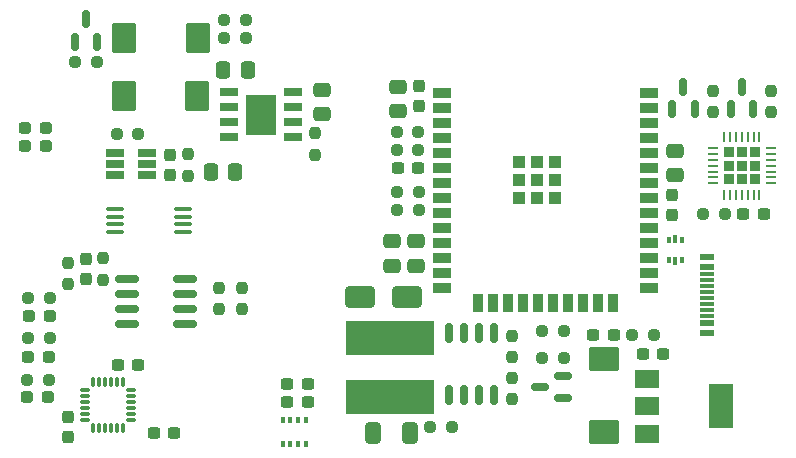
<source format=gbr>
%TF.GenerationSoftware,KiCad,Pcbnew,8.0.6*%
%TF.CreationDate,2024-11-01T17:42:55+02:00*%
%TF.ProjectId,gps_tracer,6770735f-7472-4616-9365-722e6b696361,rev?*%
%TF.SameCoordinates,Original*%
%TF.FileFunction,Paste,Top*%
%TF.FilePolarity,Positive*%
%FSLAX46Y46*%
G04 Gerber Fmt 4.6, Leading zero omitted, Abs format (unit mm)*
G04 Created by KiCad (PCBNEW 8.0.6) date 2024-11-01 17:42:55*
%MOMM*%
%LPD*%
G01*
G04 APERTURE LIST*
G04 Aperture macros list*
%AMRoundRect*
0 Rectangle with rounded corners*
0 $1 Rounding radius*
0 $2 $3 $4 $5 $6 $7 $8 $9 X,Y pos of 4 corners*
0 Add a 4 corners polygon primitive as box body*
4,1,4,$2,$3,$4,$5,$6,$7,$8,$9,$2,$3,0*
0 Add four circle primitives for the rounded corners*
1,1,$1+$1,$2,$3*
1,1,$1+$1,$4,$5*
1,1,$1+$1,$6,$7*
1,1,$1+$1,$8,$9*
0 Add four rect primitives between the rounded corners*
20,1,$1+$1,$2,$3,$4,$5,0*
20,1,$1+$1,$4,$5,$6,$7,0*
20,1,$1+$1,$6,$7,$8,$9,0*
20,1,$1+$1,$8,$9,$2,$3,0*%
G04 Aperture macros list end*
%ADD10R,1.525000X0.700000*%
%ADD11R,2.513000X3.402000*%
%ADD12RoundRect,0.237500X-0.237500X0.250000X-0.237500X-0.250000X0.237500X-0.250000X0.237500X0.250000X0*%
%ADD13RoundRect,0.237500X0.237500X-0.250000X0.237500X0.250000X-0.237500X0.250000X-0.237500X-0.250000X0*%
%ADD14RoundRect,0.237500X0.237500X-0.300000X0.237500X0.300000X-0.237500X0.300000X-0.237500X-0.300000X0*%
%ADD15RoundRect,0.237500X0.250000X0.237500X-0.250000X0.237500X-0.250000X-0.237500X0.250000X-0.237500X0*%
%ADD16RoundRect,0.237500X0.300000X0.237500X-0.300000X0.237500X-0.300000X-0.237500X0.300000X-0.237500X0*%
%ADD17RoundRect,0.150000X0.150000X-0.587500X0.150000X0.587500X-0.150000X0.587500X-0.150000X-0.587500X0*%
%ADD18RoundRect,0.237500X-0.300000X-0.237500X0.300000X-0.237500X0.300000X0.237500X-0.300000X0.237500X0*%
%ADD19RoundRect,0.237500X-0.250000X-0.237500X0.250000X-0.237500X0.250000X0.237500X-0.250000X0.237500X0*%
%ADD20RoundRect,0.237500X-0.237500X0.300000X-0.237500X-0.300000X0.237500X-0.300000X0.237500X0.300000X0*%
%ADD21RoundRect,0.075000X-0.350000X-0.075000X0.350000X-0.075000X0.350000X0.075000X-0.350000X0.075000X0*%
%ADD22RoundRect,0.075000X0.075000X-0.350000X0.075000X0.350000X-0.075000X0.350000X-0.075000X-0.350000X0*%
%ADD23R,0.375000X0.500000*%
%ADD24R,0.300000X0.650000*%
%ADD25RoundRect,0.250000X-0.412500X-0.650000X0.412500X-0.650000X0.412500X0.650000X-0.412500X0.650000X0*%
%ADD26RoundRect,0.237500X-0.287500X-0.237500X0.287500X-0.237500X0.287500X0.237500X-0.287500X0.237500X0*%
%ADD27RoundRect,0.250000X-0.475000X0.337500X-0.475000X-0.337500X0.475000X-0.337500X0.475000X0.337500X0*%
%ADD28R,0.350000X0.500000*%
%ADD29RoundRect,0.250000X-1.000000X-0.650000X1.000000X-0.650000X1.000000X0.650000X-1.000000X0.650000X0*%
%ADD30R,1.240000X0.600000*%
%ADD31R,1.240000X0.300000*%
%ADD32RoundRect,0.225000X-0.225000X-0.225000X0.225000X-0.225000X0.225000X0.225000X-0.225000X0.225000X0*%
%ADD33RoundRect,0.062500X-0.337500X-0.062500X0.337500X-0.062500X0.337500X0.062500X-0.337500X0.062500X0*%
%ADD34RoundRect,0.062500X-0.062500X-0.337500X0.062500X-0.337500X0.062500X0.337500X-0.062500X0.337500X0*%
%ADD35RoundRect,0.250000X0.475000X-0.337500X0.475000X0.337500X-0.475000X0.337500X-0.475000X-0.337500X0*%
%ADD36R,7.500000X3.000000*%
%ADD37RoundRect,0.250000X1.025000X-0.787500X1.025000X0.787500X-1.025000X0.787500X-1.025000X-0.787500X0*%
%ADD38RoundRect,0.250000X-0.787500X-1.025000X0.787500X-1.025000X0.787500X1.025000X-0.787500X1.025000X0*%
%ADD39R,1.560000X0.650000*%
%ADD40RoundRect,0.250000X0.337500X0.475000X-0.337500X0.475000X-0.337500X-0.475000X0.337500X-0.475000X0*%
%ADD41R,2.000000X1.500000*%
%ADD42R,2.000000X3.800000*%
%ADD43RoundRect,0.150000X-0.825000X-0.150000X0.825000X-0.150000X0.825000X0.150000X-0.825000X0.150000X0*%
%ADD44RoundRect,0.150000X0.587500X0.150000X-0.587500X0.150000X-0.587500X-0.150000X0.587500X-0.150000X0*%
%ADD45RoundRect,0.250000X-0.337500X-0.475000X0.337500X-0.475000X0.337500X0.475000X-0.337500X0.475000X0*%
%ADD46RoundRect,0.100000X0.637500X0.100000X-0.637500X0.100000X-0.637500X-0.100000X0.637500X-0.100000X0*%
%ADD47RoundRect,0.150000X0.150000X-0.675000X0.150000X0.675000X-0.150000X0.675000X-0.150000X-0.675000X0*%
%ADD48R,1.500000X0.900000*%
%ADD49R,0.900000X1.500000*%
%ADD50R,1.050000X1.050000*%
G04 APERTURE END LIST*
D10*
%TO.C,IC1*%
X71932800Y-48310800D03*
X71932800Y-47040800D03*
X71932800Y-45770800D03*
X71932800Y-44500800D03*
X66508800Y-44500800D03*
X66508800Y-45770800D03*
X66508800Y-47040800D03*
X66508800Y-48310800D03*
D11*
X69220800Y-46405800D03*
%TD*%
D12*
%TO.C,R32*%
X52850000Y-58950000D03*
X52850000Y-60775000D03*
%TD*%
D13*
%TO.C,R23*%
X55850000Y-60375000D03*
X55850000Y-58550000D03*
%TD*%
D14*
%TO.C,C15*%
X54350000Y-60325000D03*
X54350000Y-58600000D03*
%TD*%
D15*
%TO.C,R15*%
X51300000Y-65350000D03*
X49475000Y-65350000D03*
%TD*%
D16*
%TO.C,C20*%
X58765000Y-67590000D03*
X57040000Y-67590000D03*
%TD*%
D13*
%TO.C,R27*%
X65600000Y-62875000D03*
X65600000Y-61050000D03*
%TD*%
D17*
%TO.C,Q1*%
X108945600Y-45974000D03*
X110845600Y-45974000D03*
X109895600Y-44099000D03*
%TD*%
D18*
%TO.C,C4*%
X101526000Y-66649600D03*
X103251000Y-66649600D03*
%TD*%
D19*
%TO.C,R20*%
X83515200Y-72898000D03*
X85340200Y-72898000D03*
%TD*%
D20*
%TO.C,C25*%
X52840000Y-71990000D03*
X52840000Y-73715000D03*
%TD*%
D21*
%TO.C,U12*%
X54280000Y-69730000D03*
X54280000Y-70230000D03*
X54280000Y-70730000D03*
X54280000Y-71230000D03*
X54280000Y-71730000D03*
X54280000Y-72230000D03*
D22*
X54980000Y-72930000D03*
X55480000Y-72930000D03*
X55980000Y-72930000D03*
X56480000Y-72930000D03*
X56980000Y-72930000D03*
X57480000Y-72930000D03*
D21*
X58180000Y-72230000D03*
X58180000Y-71730000D03*
X58180000Y-71230000D03*
X58180000Y-70730000D03*
X58180000Y-70230000D03*
X58180000Y-69730000D03*
D22*
X57480000Y-69030000D03*
X56980000Y-69030000D03*
X56480000Y-69030000D03*
X55980000Y-69030000D03*
X55480000Y-69030000D03*
X54980000Y-69030000D03*
%TD*%
D23*
%TO.C,U2*%
X103729500Y-58736600D03*
D24*
X104267000Y-58811600D03*
D23*
X104804500Y-58736600D03*
X104804500Y-57036600D03*
D24*
X104267000Y-56961600D03*
D23*
X103729500Y-57036600D03*
%TD*%
D19*
%TO.C,R8*%
X100609400Y-65049400D03*
X102434400Y-65049400D03*
%TD*%
D25*
%TO.C,C21*%
X78637600Y-73329800D03*
X81762600Y-73329800D03*
%TD*%
D26*
%TO.C,D7*%
X49220000Y-49050000D03*
X50970000Y-49050000D03*
%TD*%
D27*
%TO.C,C19*%
X74325000Y-44297600D03*
X74325000Y-46372600D03*
%TD*%
D28*
%TO.C,U5*%
X72960000Y-74310000D03*
X72310000Y-74310000D03*
X71660000Y-74310000D03*
X71010000Y-74310000D03*
X71010000Y-72260000D03*
X71660000Y-72260000D03*
X72310000Y-72260000D03*
X72960000Y-72260000D03*
%TD*%
D18*
%TO.C,C13*%
X71420000Y-69220000D03*
X73145000Y-69220000D03*
%TD*%
D19*
%TO.C,R26*%
X53475000Y-41950000D03*
X55300000Y-41950000D03*
%TD*%
D15*
%TO.C,JP6*%
X94840000Y-64760000D03*
X93015000Y-64760000D03*
%TD*%
D29*
%TO.C,D5*%
X77570000Y-61820000D03*
X81570000Y-61820000D03*
%TD*%
D30*
%TO.C,P1*%
X106917400Y-64871200D03*
X106917400Y-64071200D03*
D31*
X106917400Y-62921200D03*
X106917400Y-61921200D03*
X106917400Y-61421200D03*
X106917400Y-60421200D03*
D30*
X106917400Y-59271200D03*
X106917400Y-58471200D03*
X106917400Y-58471200D03*
X106917400Y-59271200D03*
D31*
X106917400Y-59921200D03*
X106917400Y-60921200D03*
X106917400Y-62421200D03*
X106917400Y-63421200D03*
D30*
X106917400Y-64071200D03*
X106917400Y-64871200D03*
%TD*%
D26*
%TO.C,D1*%
X49500000Y-66900000D03*
X51250000Y-66900000D03*
%TD*%
D15*
%TO.C,R6*%
X82499200Y-49377600D03*
X80674200Y-49377600D03*
%TD*%
D18*
%TO.C,C6*%
X110010000Y-54840000D03*
X111735000Y-54840000D03*
%TD*%
D15*
%TO.C,R19*%
X51215000Y-68870000D03*
X49390000Y-68870000D03*
%TD*%
D32*
%TO.C,U3*%
X108774200Y-49613200D03*
X108774200Y-50733200D03*
X108774200Y-51853200D03*
X109894200Y-49613200D03*
X109894200Y-50733200D03*
X109894200Y-51853200D03*
X111014200Y-49613200D03*
X111014200Y-50733200D03*
X111014200Y-51853200D03*
D33*
X107444200Y-49233200D03*
X107444200Y-49733200D03*
X107444200Y-50233200D03*
X107444200Y-50733200D03*
X107444200Y-51233200D03*
X107444200Y-51733200D03*
X107444200Y-52233200D03*
D34*
X108394200Y-53183200D03*
X108894200Y-53183200D03*
X109394200Y-53183200D03*
X109894200Y-53183200D03*
X110394200Y-53183200D03*
X110894200Y-53183200D03*
X111394200Y-53183200D03*
D33*
X112344200Y-52233200D03*
X112344200Y-51733200D03*
X112344200Y-51233200D03*
X112344200Y-50733200D03*
X112344200Y-50233200D03*
X112344200Y-49733200D03*
X112344200Y-49233200D03*
D34*
X111394200Y-48283200D03*
X110894200Y-48283200D03*
X110394200Y-48283200D03*
X109894200Y-48283200D03*
X109394200Y-48283200D03*
X108894200Y-48283200D03*
X108394200Y-48283200D03*
%TD*%
D15*
%TO.C,R9*%
X82524600Y-54508400D03*
X80699600Y-54508400D03*
%TD*%
D35*
%TO.C,C22*%
X82300000Y-59215000D03*
X82300000Y-57140000D03*
%TD*%
D36*
%TO.C,L1*%
X80137000Y-70354200D03*
X80137000Y-65354200D03*
%TD*%
D35*
%TO.C,C23*%
X80300000Y-59225000D03*
X80300000Y-57150000D03*
%TD*%
D19*
%TO.C,R11*%
X93020000Y-67000000D03*
X94845000Y-67000000D03*
%TD*%
%TO.C,R16*%
X66085000Y-39900000D03*
X67910000Y-39900000D03*
%TD*%
D37*
%TO.C,C3*%
X98200000Y-73322500D03*
X98200000Y-67097500D03*
%TD*%
D18*
%TO.C,C12*%
X71415000Y-70730000D03*
X73140000Y-70730000D03*
%TD*%
D17*
%TO.C,Q8*%
X53406000Y-40229000D03*
X55306000Y-40229000D03*
X54356000Y-38354000D03*
%TD*%
D38*
%TO.C,C14*%
X57568100Y-44805600D03*
X63793100Y-44805600D03*
%TD*%
D19*
%TO.C,R13*%
X66085000Y-38376000D03*
X67910000Y-38376000D03*
%TD*%
D16*
%TO.C,C8*%
X82473800Y-50901600D03*
X80748800Y-50901600D03*
%TD*%
D13*
%TO.C,R5*%
X112395000Y-46202600D03*
X112395000Y-44377600D03*
%TD*%
D19*
%TO.C,R2*%
X106640000Y-54860000D03*
X108465000Y-54860000D03*
%TD*%
D39*
%TO.C,U9*%
X56863000Y-49646800D03*
X56863000Y-50596800D03*
X56863000Y-51546800D03*
X59563000Y-51546800D03*
X59563000Y-50596800D03*
X59563000Y-49646800D03*
%TD*%
D14*
%TO.C,C10*%
X82600800Y-45717800D03*
X82600800Y-43992800D03*
%TD*%
D12*
%TO.C,R4*%
X107416600Y-44373800D03*
X107416600Y-46198800D03*
%TD*%
D40*
%TO.C,C17*%
X68046600Y-42621200D03*
X65971600Y-42621200D03*
%TD*%
D12*
%TO.C,R14*%
X62966600Y-49785900D03*
X62966600Y-51610900D03*
%TD*%
D41*
%TO.C,U1*%
X101853600Y-68820000D03*
X101853600Y-71120000D03*
D42*
X108153600Y-71120000D03*
D41*
X101853600Y-73420000D03*
%TD*%
D43*
%TO.C,U10*%
X62775000Y-60345000D03*
X62775000Y-61615000D03*
X62775000Y-62885000D03*
X62775000Y-64155000D03*
X57825000Y-64155000D03*
X57825000Y-62885000D03*
X57825000Y-61615000D03*
X57825000Y-60345000D03*
%TD*%
D44*
%TO.C,Q3*%
X94716600Y-70403800D03*
X94716600Y-68503800D03*
X92841600Y-69453800D03*
%TD*%
D35*
%TO.C,C9*%
X80822800Y-46118600D03*
X80822800Y-44043600D03*
%TD*%
D13*
%TO.C,R17*%
X73740000Y-49810000D03*
X73740000Y-47985000D03*
%TD*%
D45*
%TO.C,C26*%
X64935000Y-51250000D03*
X67010000Y-51250000D03*
%TD*%
D15*
%TO.C,R7*%
X82524600Y-52933600D03*
X80699600Y-52933600D03*
%TD*%
D18*
%TO.C,C11*%
X97325000Y-65050000D03*
X99050000Y-65050000D03*
%TD*%
D26*
%TO.C,D2*%
X49550000Y-63450000D03*
X51300000Y-63450000D03*
%TD*%
D12*
%TO.C,R21*%
X90410000Y-68685400D03*
X90410000Y-70510400D03*
%TD*%
D16*
%TO.C,C24*%
X61830000Y-73370000D03*
X60105000Y-73370000D03*
%TD*%
D38*
%TO.C,C2*%
X57607200Y-39954200D03*
X63832200Y-39954200D03*
%TD*%
D15*
%TO.C,R1*%
X51325000Y-61950000D03*
X49500000Y-61950000D03*
%TD*%
%TO.C,R18*%
X58780000Y-48010000D03*
X56955000Y-48010000D03*
%TD*%
D46*
%TO.C,U8*%
X62552500Y-56347000D03*
X62552500Y-55697000D03*
X62552500Y-55047000D03*
X62552500Y-54397000D03*
X56827500Y-54397000D03*
X56827500Y-55047000D03*
X56827500Y-55697000D03*
X56827500Y-56347000D03*
%TD*%
D15*
%TO.C,R3*%
X82499200Y-47853600D03*
X80674200Y-47853600D03*
%TD*%
D12*
%TO.C,R22*%
X90410000Y-65130000D03*
X90410000Y-66955000D03*
%TD*%
D17*
%TO.C,Q2*%
X103992600Y-45948600D03*
X105892600Y-45948600D03*
X104942600Y-44073600D03*
%TD*%
D35*
%TO.C,C7*%
X104241600Y-51554200D03*
X104241600Y-49479200D03*
%TD*%
D26*
%TO.C,D6*%
X49230000Y-47550000D03*
X50980000Y-47550000D03*
%TD*%
%TO.C,D4*%
X49400000Y-70350000D03*
X51150000Y-70350000D03*
%TD*%
D20*
%TO.C,C5*%
X104025000Y-53187500D03*
X104025000Y-54912500D03*
%TD*%
D47*
%TO.C,U11*%
X85064600Y-70189000D03*
X86334600Y-70189000D03*
X87604600Y-70189000D03*
X88874600Y-70189000D03*
X88874600Y-64939000D03*
X87604600Y-64939000D03*
X86334600Y-64939000D03*
X85064600Y-64939000D03*
%TD*%
D14*
%TO.C,C18*%
X61442600Y-51560900D03*
X61442600Y-49835900D03*
%TD*%
D12*
%TO.C,R25*%
X67600000Y-61050000D03*
X67600000Y-62875000D03*
%TD*%
D48*
%TO.C,U4*%
X84506400Y-44602400D03*
X84506400Y-45872400D03*
X84506400Y-47142400D03*
X84506400Y-48412400D03*
X84506400Y-49682400D03*
X84506400Y-50952400D03*
X84506400Y-52222400D03*
X84506400Y-53492400D03*
X84506400Y-54762400D03*
X84506400Y-56032400D03*
X84506400Y-57302400D03*
X84506400Y-58572400D03*
X84506400Y-59842400D03*
X84506400Y-61112400D03*
D49*
X87546400Y-62362400D03*
X88816400Y-62362400D03*
X90086400Y-62362400D03*
X91356400Y-62362400D03*
X92626400Y-62362400D03*
X93896400Y-62362400D03*
X95166400Y-62362400D03*
X96436400Y-62362400D03*
X97706400Y-62362400D03*
X98976400Y-62362400D03*
D48*
X102006400Y-61112400D03*
X102006400Y-59842400D03*
X102006400Y-58572400D03*
X102006400Y-57302400D03*
X102006400Y-56032400D03*
X102006400Y-54762400D03*
X102006400Y-53492400D03*
X102006400Y-52222400D03*
X102006400Y-50952400D03*
X102006400Y-49682400D03*
X102006400Y-48412400D03*
X102006400Y-47142400D03*
X102006400Y-45872400D03*
X102006400Y-44602400D03*
D50*
X91051400Y-50417400D03*
X91051400Y-51942400D03*
X91051400Y-53467400D03*
X92576400Y-50417400D03*
X92576400Y-51942400D03*
X92576400Y-53467400D03*
X94101400Y-50417400D03*
X94101400Y-51942400D03*
X94101400Y-53467400D03*
%TD*%
M02*

</source>
